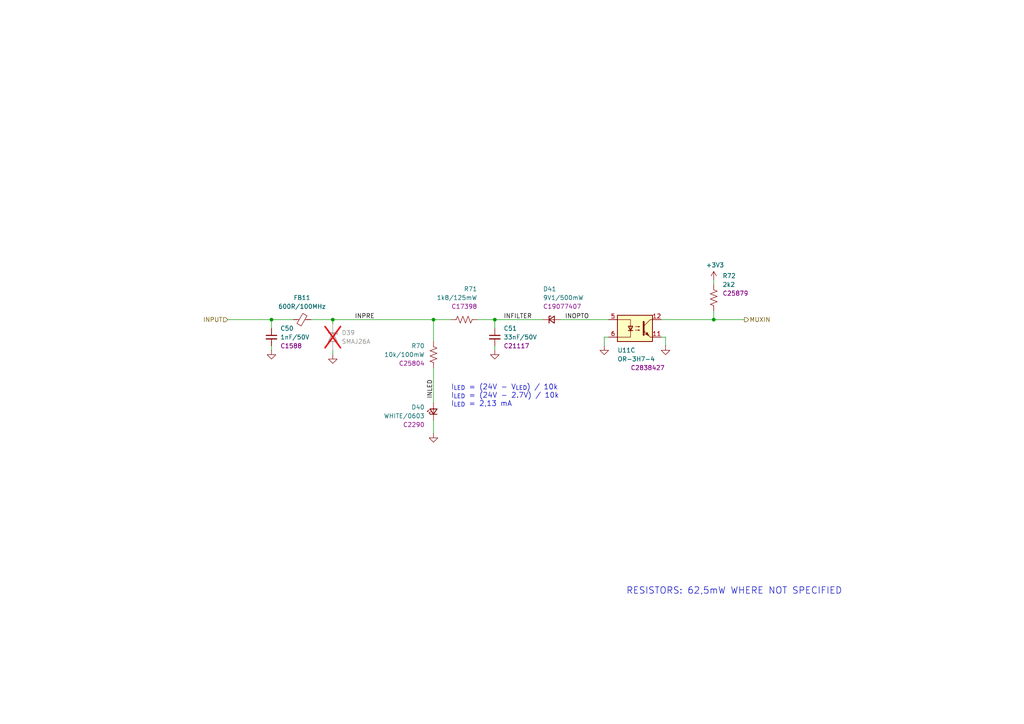
<source format=kicad_sch>
(kicad_sch (version 20250114) (generator "eeschema") (generator_version "9.0")
  (paper "A4")
  (title_block (title "ESP 24V 16xIn/16xOut/1-Wire Module") (date "2026-01-06") (rev "V5.1"))
  (lib_symbols
    (symbol "Device:C_Small" (pin_numbers (hide yes)) (pin_names (offset 0.254) (hide yes))
      (property "Reference" "C" (at 0.254 1.778 0))
      (property "Value" "C_Small" (at 0.254 -2.032 0))
      (symbol "C_Small_0_1"
        (polyline (pts (xy -1.524 0.508) (xy 1.524 0.508)) (stroke (width 0.3048)))
        (polyline (pts (xy -1.524 -0.508) (xy 1.524 -0.508)) (stroke (width 0.3302)))
      )
      (symbol "C_Small_1_1"
        (pin passive line (at 0 2.54 270) (length 2.032) (name "~") (number "1"))
        (pin passive line (at 0 -2.54 90) (length 2.032) (name "~") (number "2"))
      )
    )
    (symbol "Device:D_Zener_Small" (pin_numbers (hide yes)) (pin_names (offset 0.254) (hide yes))
      (property "Reference" "D" (at 0 2.286 0))
      (property "Value" "D_Zener_Small" (at 0 -2.286 0))
      (symbol "D_Zener_Small_0_1"
        (polyline (pts (xy -0.254 1.016) (xy -0.762 1.016) (xy -0.762 -1.016)) (stroke (width 0.254)))
        (polyline (pts (xy 0.762 1.016) (xy -0.762 0) (xy 0.762 -1.016) (xy 0.762 1.016)) (stroke (width 0.254)))
        (polyline (pts (xy 0.762 0) (xy -0.762 0)))
      )
      (symbol "D_Zener_Small_1_1"
        (pin passive line (at -2.54 0 0) (length 1.778) (name "K") (number "1"))
        (pin passive line (at 2.54 0 180) (length 1.778) (name "A") (number "2"))
      )
    )
    (symbol "Device:FerriteBead_Small" (pin_numbers (hide yes)) (pin_names (offset 0))
      (property "Reference" "FB" (at 1.905 1.27 0))
      (property "Value" "FerriteBead_Small" (at 1.905 -1.27 0))
      (symbol "FerriteBead_Small_0_1"
        (polyline (pts (xy -1.8288 0.2794) (xy -1.1176 1.4986) (xy 1.8288 -0.2032) (xy 1.1176 -1.4224) (xy -1.8288 0.2794)))
        (polyline (pts (xy 0 0.889) (xy 0 1.2954)))
        (polyline (pts (xy 0 -1.27) (xy 0 -0.7874)))
      )
      (symbol "FerriteBead_Small_1_1"
        (pin passive line (at 0 2.54 270) (length 1.27) (name "~") (number "1"))
        (pin passive line (at 0 -2.54 90) (length 1.27) (name "~") (number "2"))
      )
    )
    (symbol "Device:LED_Small" (pin_numbers (hide yes)) (pin_names (offset 0.254) (hide yes))
      (property "Reference" "D" (at -1.27 3.175 0))
      (property "Value" "LED_Small" (at -4.445 -2.54 0))
      (symbol "LED_Small_0_1"
        (polyline (pts (xy -0.762 -1.016) (xy -0.762 1.016)) (stroke (width 0.254)))
        (polyline (pts (xy 0 0.762) (xy -0.508 1.27) (xy -0.254 1.27) (xy -0.508 1.27) (xy -0.508 1.016)))
        (polyline (pts (xy 0.508 1.27) (xy 0 1.778) (xy 0.254 1.778) (xy 0 1.778) (xy 0 1.524)))
        (polyline (pts (xy 0.762 -1.016) (xy -0.762 0) (xy 0.762 1.016) (xy 0.762 -1.016)) (stroke (width 0.254)))
        (polyline (pts (xy 1.016 0) (xy -0.762 0)))
      )
      (symbol "LED_Small_1_1"
        (pin passive line (at -2.54 0 0) (length 1.778) (name "K") (number "1"))
        (pin passive line (at 2.54 0 180) (length 1.778) (name "A") (number "2"))
      )
    )
    (symbol "Device:R_US" (pin_numbers (hide yes)) (pin_names (offset 0))
      (property "Reference" "R" (at 2.54 0 90))
      (property "Value" "R_US" (at -2.54 0 90))
      (symbol "R_US_0_1"
        (polyline (pts (xy 0 2.286) (xy 0 2.54)))
        (polyline (pts (xy 0 2.286) (xy 1.016 1.905) (xy 0 1.524) (xy -1.016 1.143) (xy 0 0.762)))
        (polyline (pts (xy 0 0.762) (xy 1.016 0.381) (xy 0 0) (xy -1.016 -0.381) (xy 0 -0.762)))
        (polyline (pts (xy 0 -0.762) (xy 1.016 -1.143) (xy 0 -1.524) (xy -1.016 -1.905) (xy 0 -2.286)))
        (polyline (pts (xy 0 -2.286) (xy 0 -2.54)))
      )
      (symbol "R_US_1_1"
        (pin passive line (at 0 3.81 270) (length 1.27) (name "~") (number "1"))
        (pin passive line (at 0 -3.81 90) (length 1.27) (name "~") (number "2"))
      )
    )
    (symbol "Diode:SMAJ26A" (pin_numbers (hide yes)) (pin_names (offset 1.016) (hide yes))
      (property "Reference" "D" (at 0 2.54 0))
      (property "Value" "SMAJ26A" (at 0 -2.54 0))
      (symbol "SMAJ26A_0_1"
        (polyline (pts (xy -0.762 1.27) (xy -1.27 1.27) (xy -1.27 -1.27)) (stroke (width 0.254)))
        (polyline (pts (xy 1.27 1.27) (xy 1.27 -1.27) (xy -1.27 0) (xy 1.27 1.27)) (stroke (width 0.254)))
      )
      (symbol "SMAJ26A_1_1"
        (pin passive line (at -3.81 0 0) (length 2.54) (name "A1") (number "1"))
        (pin passive line (at 3.81 0 180) (length 2.54) (name "A2") (number "2"))
      )
    )
    (symbol "Tales:+3V3" (power) (pin_names (offset 0))
      (property "Value" "+3V3" (at 0 3.556 0))
      (symbol "+3V3_0_1"
        (polyline (pts (xy -0.762 1.27) (xy 0 2.54)))
        (polyline (pts (xy 0 2.54) (xy 0.762 1.27)))
        (polyline (pts (xy 0 0) (xy 0 2.54)))
      )
      (symbol "+3V3_1_1"
        (pin power_in line (at 0 0 90) (length 0) (hide yes) (name "+3.3V") (number "1"))
      )
    )
    (symbol "Tales:OR-3H7-4" (pin_names (offset 1.016))
      (property "Reference" "U" (at -5.08 5.08 0))
      (property "Value" "OR-3H7-4" (at 0 5.08 0))
      (symbol "OR-3H7-4_0_1"
        (rectangle (start -5.08 3.81) (end 5.08 -3.81) (stroke (width 0.254)) (fill (type background)))
        (polyline (pts (xy -5.08 2.54) (xy -1.27 2.54) (xy -1.27 -0.635)))
        (polyline (pts (xy -1.905 -0.635) (xy -0.635 -0.635)) (stroke (width 0.254)))
        (polyline (pts (xy -1.27 -0.635) (xy -1.27 -2.54) (xy -5.08 -2.54)))
        (polyline (pts (xy -1.27 -0.635) (xy -1.905 0.635) (xy -0.635 0.635) (xy -1.27 -0.635)) (stroke (width 0.254)))
        (polyline (pts (xy 0.127 0.508) (xy 1.397 0.508) (xy 1.016 0.381) (xy 1.016 0.635) (xy 1.397 0.508)))
        (polyline (pts (xy 0.127 -0.508) (xy 1.397 -0.508) (xy 1.016 -0.635) (xy 1.016 -0.381) (xy 1.397 -0.508)))
        (polyline (pts (xy 2.54 1.905) (xy 2.54 -1.905) (xy 2.54 -1.905)) (stroke (width 0.508)))
        (polyline (pts (xy 2.54 0.635) (xy 4.445 2.54)))
        (polyline (pts (xy 3.048 -1.651) (xy 3.556 -1.143) (xy 4.064 -2.159) (xy 3.048 -1.651) (xy 3.048 -1.651)) (fill (type outline)))
        (polyline (pts (xy 4.445 2.54) (xy 5.08 2.54)))
        (polyline (pts (xy 4.445 -2.54) (xy 2.54 -0.635)) (fill (type outline)))
        (polyline (pts (xy 4.445 -2.54) (xy 5.08 -2.54)))
      )
      (symbol "OR-3H7-4_1_1"
        (pin passive line (at -7.62 2.54 0) (length 2.54) (name "~") (number "1"))
        (pin passive line (at -7.62 -2.54 0) (length 2.54) (name "~") (number "2"))
        (pin passive line (at 7.62 2.54 180) (length 2.54) (name "~") (number "16"))
        (pin passive line (at 7.62 -2.54 180) (length 2.54) (name "~") (number "15"))
      )
      (symbol "OR-3H7-4_2_1"
        (pin passive line (at -7.62 2.54 0) (length 2.54) (name "~") (number "3"))
        (pin passive line (at -7.62 -2.54 0) (length 2.54) (name "~") (number "4"))
        (pin passive line (at 7.62 2.54 180) (length 2.54) (name "~") (number "14"))
        (pin passive line (at 7.62 -2.54 180) (length 2.54) (name "~") (number "13"))
      )
      (symbol "OR-3H7-4_3_1"
        (pin passive line (at -7.62 2.54 0) (length 2.54) (name "~") (number "5"))
        (pin passive line (at -7.62 -2.54 0) (length 2.54) (name "~") (number "6"))
        (pin passive line (at 7.62 2.54 180) (length 2.54) (name "~") (number "12"))
        (pin passive line (at 7.62 -2.54 180) (length 2.54) (name "~") (number "11"))
      )
      (symbol "OR-3H7-4_4_1"
        (pin passive line (at -7.62 2.54 0) (length 2.54) (name "~") (number "7"))
        (pin passive line (at -7.62 -2.54 0) (length 2.54) (name "~") (number "8"))
        (pin passive line (at 7.62 2.54 180) (length 2.54) (name "~") (number "10"))
        (pin passive line (at 7.62 -2.54 180) (length 2.54) (name "~") (number "9"))
      )
    )
    (symbol "power:GND" (power) (pin_numbers (hide yes)) (pin_names (offset 0) (hide yes))
      (property "Value" "GND" (at 0 -3.81 0))
      (symbol "GND_0_1"
        (polyline (pts (xy 0 0) (xy 0 -1.27) (xy 1.27 -1.27) (xy 0 -2.54) (xy -1.27 -1.27) (xy 0 -1.27)))
      )
      (symbol "GND_1_1"
        (pin power_in line (at 0 0 270) (length 0) (name "~") (number "1"))
      )
    )
  )
  (text "I_{LED} = (24V - V_{LED}) / 10k\nI_{LED} = (24V - 2.7V) / 10k\nI_{LED} = 2,13 mA" (at 130.81 118.11 0) (effects (font (size 1.5 1.5)) (justify left bottom)))
  (text "RESISTORS: 62,5mW WHERE NOT SPECIFIED" (at 181.61 171.45 0) (effects (font (size 1.905 1.905)) (justify left)))
  (junction (at 96.52 92.71))
  (junction (at 78.74 92.71))
  (junction (at 143.51 92.71))
  (junction (at 125.73 92.71))
  (junction (at 207.01 92.71))
  (wire (pts (xy 96.52 92.71) (xy 96.52 93.98)))
  (wire (pts (xy 193.04 97.79) (xy 193.04 100.33)))
  (wire (pts (xy 191.77 92.71) (xy 207.01 92.71)))
  (wire (pts (xy 138.43 92.71) (xy 143.51 92.71)))
  (wire (pts (xy 207.01 81.28) (xy 207.01 82.55)))
  (wire (pts (xy 207.01 92.71) (xy 215.9 92.71)))
  (wire (pts (xy 207.01 90.17) (xy 207.01 92.71)))
  (wire (pts (xy 162.56 92.71) (xy 176.53 92.71)))
  (wire (pts (xy 143.51 100.33) (xy 143.51 101.6)))
  (wire (pts (xy 125.73 121.92) (xy 125.73 125.73)))
  (wire (pts (xy 96.52 101.6) (xy 96.52 102.87)))
  (wire (pts (xy 143.51 95.25) (xy 143.51 92.71)))
  (wire (pts (xy 143.51 92.71) (xy 157.48 92.71)))
  (wire (pts (xy 66.04 92.71) (xy 78.74 92.71)))
  (wire (pts (xy 125.73 92.71) (xy 125.73 99.06)))
  (wire (pts (xy 125.73 106.68) (xy 125.73 116.84)))
  (wire (pts (xy 96.52 92.71) (xy 125.73 92.71)))
  (wire (pts (xy 191.77 97.79) (xy 193.04 97.79)))
  (wire (pts (xy 175.26 97.79) (xy 175.26 100.33)))
  (wire (pts (xy 78.74 92.71) (xy 85.09 92.71)))
  (wire (pts (xy 78.74 92.71) (xy 78.74 95.25)))
  (wire (pts (xy 176.53 97.79) (xy 175.26 97.79)))
  (wire (pts (xy 125.73 92.71) (xy 130.81 92.71)))
  (wire (pts (xy 90.17 92.71) (xy 96.52 92.71)))
  (wire (pts (xy 78.74 100.33) (xy 78.74 101.6)))
  (label "INOPTO" (at 163.83 92.71 0))
  (label "INLED" (at 125.73 115.57 90))
  (label "INFILTER" (at 146.05 92.71 0))
  (label "INPRE" (at 102.87 92.71 0))
  (hierarchical_label "INPUT" (shape input) (at 66.04 92.71 180))
  (hierarchical_label "MUXIN" (shape output) (at 215.9 92.71 0))
  (symbol (lib_id "Device:R_US") (at 134.62 92.71 270) (unit 1)
    (property "Reference" "R65" (at 138.43 83.82 90) (effects (justify right)))
    (property "Value" "1k8/125mW" (at 138.43 86.36 90) (effects (justify right)))
    (property "Footprint" "Tales:R_0805_2012Metric" (effects (hide yes)))
    (property "Description" "Resistor, US symbol" (effects (hide yes)))
    (property "Case" "0805/2012" (effects (hide yes)))
    (property "Mfr" "Uniroyal" (effects (hide yes)))
    (property "Vendor" "JLCPCB" (effects (hide yes)))
    (property "Mfr PN" "0805W8F1801T5E" (effects (hide yes)))
    (property "Technology" "1%" (effects (hide yes)))
    (property "Vendor PN" "C17398" (effects (hide yes)))
    (property "LCSC Part #" "C17398" (at 138.43 88.9 90) (effects (justify right)))
    (property "JLCPCB BOM" "1" (effects (hide yes)))
    (instances (project "esp-24v-16ch-v5" (path "" (reference "R71") (unit 1)) (path "" (reference "R65") (unit 1)) (path "" (reference "R68") (unit 1)) (path "" (reference "R77") (unit 1)) (path "" (reference "R80") (unit 1)) (path "" (reference "R86") (unit 1)) (path "" (reference "R74") (unit 1)) (path "" (reference "R83") (unit 1))))
  )
  (symbol (lib_id "power:GND") (at 125.73 125.73 0) (unit 1)
    (property "Reference" "#PWR059" (effects (hide yes)))
    (property "Value" "GND" (effects (hide yes)))
    (property "Description" "Power symbol creates a global label with name \"GND\" , ground" (effects (hide yes)))
    (instances (project "esp-24v-16ch-v5" (path "" (reference "#PWR073") (unit 1)) (path "" (reference "#PWR059") (unit 1)) (path "" (reference "#PWR066") (unit 1)) (path "" (reference "#PWR087") (unit 1)) (path "" (reference "#PWR094") (unit 1)) (path "" (reference "#PWR0108") (unit 1)) (path "" (reference "#PWR080") (unit 1)) (path "" (reference "#PWR0101") (unit 1))))
  )
  (symbol (lib_id "power:GND") (at 78.74 101.6 0) (unit 1)
    (property "Reference" "#PWR057" (effects (hide yes)))
    (property "Value" "GND" (effects (hide yes)))
    (property "Description" "Power symbol creates a global label with name \"GND\" , ground" (effects (hide yes)))
    (instances (project "esp-24v-16ch-v5" (path "" (reference "#PWR071") (unit 1)) (path "" (reference "#PWR057") (unit 1)) (path "" (reference "#PWR064") (unit 1)) (path "" (reference "#PWR085") (unit 1)) (path "" (reference "#PWR092") (unit 1)) (path "" (reference "#PWR0106") (unit 1)) (path "" (reference "#PWR078") (unit 1)) (path "" (reference "#PWR099") (unit 1))))
  )
  (symbol (lib_id "Device:FerriteBead_Small") (at 87.63 92.71 90) (unit 1)
    (property "Reference" "FB9" (at 87.5919 86.36 90))
    (property "Value" "600R/100MHz" (at 87.5919 88.9 90))
    (property "Footprint" "Tales:R_0603_1608Metric" (effects (hide yes)))
    (property "Description" "Ferrite bead, small symbol" (effects (hide yes)))
    (property "Case" "0603/1608" (effects (hide yes)))
    (property "JLCPCB BOM" "1" (effects (hide yes)))
    (property "LCSC Part #" "C85833" (effects (hide yes)))
    (property "Mfr" "Murata Electronics" (effects (hide yes)))
    (property "Mfr PN" "BLM18KG601SN1D" (effects (hide yes)))
    (property "Technology" "Ferrite Bead" (effects (hide yes)))
    (property "Vendor" "JLCPCB" (effects (hide yes)))
    (property "Vendor PN" "C85833" (effects (hide yes)))
    (instances (project "esp-24v-16ch-v5" (path "" (reference "FB11") (unit 1)) (path "" (reference "FB9") (unit 1)) (path "" (reference "FB10") (unit 1)) (path "" (reference "FB13") (unit 1)) (path "" (reference "FB14") (unit 1)) (path "" (reference "FB16") (unit 1)) (path "" (reference "FB12") (unit 1)) (path "" (reference "FB15") (unit 1))))
  )
  (symbol (lib_id "Diode:SMAJ26A") (at 96.52 97.79 270) (unit 1) (in_bom no) (on_board no) (dnp yes)
    (property "Reference" "D33" (at 99.06 96.5199 90) (effects (justify left)))
    (property "Value" "SMAJ26A" (at 99.06 99.0599 90) (effects (justify left)))
    (property "Footprint" "Diode_SMD:D_SMA" (effects (hide yes)))
    (property "Datasheet" "https://www.littelfuse.com/media?resourcetype=datasheets&itemid=75e32973-b177-4ee3-a0ff-cedaf1abdb93&filename=smaj-datasheet" (effects (hide yes)))
    (property "Description" "400W unidirectional Transient Voltage Suppressor, 26.0Vr, SMA(DO-214AC)" (effects (hide yes)))
    (property "Case" "SMA" (effects (hide yes)))
    (property "JLCPCB BOM" "1" (effects (hide yes)))
    (property "LCSC Part #" "C19077543" (effects (hide yes)))
    (property "Mfr" "hongjiacheng" (effects (hide yes)))
    (property "Mfr PN" "SMAJ26A" (effects (hide yes)))
    (property "Technology" "TVS" (effects (hide yes)))
    (property "Vendor" "JLCPCB" (effects (hide yes)))
    (property "Vendor PN" "C19077543" (effects (hide yes)))
    (instances (project "esp-24v-16ch-v5" (path "" (reference "D39") (unit 1)) (path "" (reference "D33") (unit 1)) (path "" (reference "D36") (unit 1)) (path "" (reference "D45") (unit 1)) (path "" (reference "D48") (unit 1)) (path "" (reference "D54") (unit 1)) (path "" (reference "D42") (unit 1)) (path "" (reference "D51") (unit 1))))
  )
  (symbol (lib_id "Device:C_Small") (at 143.51 97.79 0) (unit 1)
    (property "Reference" "C47" (at 146.05 95.2562 0) (effects (justify left)))
    (property "Value" "33nF/50V" (at 146.05 97.7962 0) (effects (justify left)))
    (property "Footprint" "Tales:C_0603_1608Metric" (effects (hide yes)))
    (property "Description" "Unpolarized capacitor, small symbol" (effects (hide yes)))
    (property "Technology" "Ceramic X7R" (effects (hide yes)))
    (property "Case" "0603/1608" (effects (hide yes)))
    (property "Mfr" "Samsung" (effects (hide yes)))
    (property "Mfr PN" "CL10B333KB8NNNC" (effects (hide yes)))
    (property "Vendor" "JLCPCB" (effects (hide yes)))
    (property "Vendor PN" "C21117" (effects (hide yes)))
    (property "LCSC Part #" "C21117" (at 146.05 100.3362 0) (effects (justify left)))
    (property "JLCPCB BOM" "1" (effects (hide yes)))
    (instances (project "esp-24v-16ch-v5" (path "" (reference "C51") (unit 1)) (path "" (reference "C47") (unit 1)) (path "" (reference "C49") (unit 1)) (path "" (reference "C55") (unit 1)) (path "" (reference "C57") (unit 1)) (path "" (reference "C61") (unit 1)) (path "" (reference "C53") (unit 1)) (path "" (reference "C59") (unit 1))))
  )
  (symbol (lib_id "power:GND") (at 175.26 100.33 0) (unit 1)
    (property "Reference" "#PWR061" (effects (hide yes)))
    (property "Value" "GND" (effects (hide yes)))
    (property "Description" "Power symbol creates a global label with name \"GND\" , ground" (effects (hide yes)))
    (instances (project "esp-24v-16ch-v5" (path "" (reference "#PWR075") (unit 1)) (path "" (reference "#PWR061") (unit 1)) (path "" (reference "#PWR068") (unit 1)) (path "" (reference "#PWR089") (unit 1)) (path "" (reference "#PWR096") (unit 1)) (path "" (reference "#PWR0110") (unit 1)) (path "" (reference "#PWR082") (unit 1)) (path "" (reference "#PWR0103") (unit 1))))
  )
  (symbol (lib_id "Device:LED_Small") (at 125.73 119.38 90) (unit 1)
    (property "Reference" "D34" (at 123.19 118.11 90) (effects (justify left)))
    (property "Value" "WHITE/0603" (at 123.19 120.65 90) (effects (justify left)))
    (property "Footprint" "Tales:LED_0603_1608Metric" (effects (hide yes)))
    (property "Description" "Light emitting diode, small symbol" (effects (hide yes)))
    (property "Case" "0603/1608" (effects (hide yes)))
    (property "Mfr" "Hubei KENTO Elec" (effects (hide yes)))
    (property "Mfr PN" "KT-0603W" (effects (hide yes)))
    (property "Vendor" "JLCPCB" (effects (hide yes)))
    (property "Vendor PN" "C2290" (effects (hide yes)))
    (property "LCSC Part #" "C2290" (at 123.19 123.19 90) (effects (justify left)))
    (property "JLCPCB BOM" "1" (effects (hide yes)))
    (property "Sim.Pin" "1=K 2=A" (effects (hide yes)))
    (instances (project "esp-24v-16ch-v5" (path "" (reference "D40") (unit 1)) (path "" (reference "D34") (unit 1)) (path "" (reference "D37") (unit 1)) (path "" (reference "D46") (unit 1)) (path "" (reference "D49") (unit 1)) (path "" (reference "D55") (unit 1)) (path "" (reference "D43") (unit 1)) (path "" (reference "D52") (unit 1))))
  )
  (symbol (lib_id "Device:D_Zener_Small") (at 160.02 92.71 0) (unit 1)
    (property "Reference" "D35" (at 157.48 83.82 0) (effects (justify left)))
    (property "Value" "9V1/500mW" (at 157.48 86.36 0) (effects (justify left)))
    (property "Footprint" "Tales:D_SOD-123" (effects (hide yes)))
    (property "Description" "Zener diode, small symbol" (effects (hide yes)))
    (property "Case" "SOD-123" (effects (hide yes)))
    (property "Mfr" "hongjiacheng" (effects (hide yes)))
    (property "Mfr PN" "BZT52C9V1" (effects (hide yes)))
    (property "Technology" "Zener" (effects (hide yes)))
    (property "Vendor" "JLCPCB" (effects (hide yes)))
    (property "Vendor PN" "C19077407" (effects (hide yes)))
    (property "JLCPCB BOM" "1" (effects (hide yes)))
    (property "LCSC Part #" "C19077407" (at 157.48 88.9 0) (effects (justify left)))
    (instances (project "esp-24v-16ch-v5" (path "" (reference "D41") (unit 1)) (path "" (reference "D35") (unit 1)) (path "" (reference "D38") (unit 1)) (path "" (reference "D47") (unit 1)) (path "" (reference "D50") (unit 1)) (path "" (reference "D56") (unit 1)) (path "" (reference "D44") (unit 1)) (path "" (reference "D53") (unit 1))))
  )
  (symbol (lib_id "Tales:+3V3") (at 207.01 81.28 0) (unit 1)
    (property "Reference" "#PWR063" (effects (hide yes)))
    (property "Value" "+3V3" (at 207.391 76.8858 0))
    (property "Description" "Power symbol creates a global label with name \"+3V3\"" (effects (hide yes)))
    (instances (project "esp-24v-16ch-v5" (path "" (reference "#PWR077") (unit 1)) (path "" (reference "#PWR063") (unit 1)) (path "" (reference "#PWR070") (unit 1)) (path "" (reference "#PWR091") (unit 1)) (path "" (reference "#PWR098") (unit 1)) (path "" (reference "#PWR0112") (unit 1)) (path "" (reference "#PWR084") (unit 1)) (path "" (reference "#PWR0105") (unit 1))))
  )
  (symbol (lib_id "Device:R_US") (at 207.01 86.36 0) (unit 1)
    (property "Reference" "R66" (at 209.55 80.01 0) (effects (justify left)))
    (property "Value" "2k2" (at 209.55 82.55 0) (effects (justify left)))
    (property "Footprint" "Tales:R_0402_1005Metric" (effects (hide yes)))
    (property "Description" "Resistor, US symbol" (effects (hide yes)))
    (property "Case" "0402/1005" (effects (hide yes)))
    (property "Mfr" "Uniroyal" (effects (hide yes)))
    (property "Vendor" "JLCPCB" (effects (hide yes)))
    (property "Mfr PN" "0402WGF2201TCE" (effects (hide yes)))
    (property "Technology" "1%" (effects (hide yes)))
    (property "Vendor PN" "C25879" (effects (hide yes)))
    (property "LCSC Part #" "C25879" (at 209.55 85.09 0) (effects (justify left)))
    (property "JLCPCB BOM" "1" (effects (hide yes)))
    (instances (project "esp-24v-16ch-v5" (path "" (reference "R72") (unit 1)) (path "" (reference "R66") (unit 1)) (path "" (reference "R69") (unit 1)) (path "" (reference "R78") (unit 1)) (path "" (reference "R81") (unit 1)) (path "" (reference "R87") (unit 1)) (path "" (reference "R75") (unit 1)) (path "" (reference "R84") (unit 1))))
  )
  (symbol (lib_id "power:GND") (at 143.51 101.6 0) (unit 1)
    (property "Reference" "#PWR060" (effects (hide yes)))
    (property "Value" "GND" (effects (hide yes)))
    (property "Description" "Power symbol creates a global label with name \"GND\" , ground" (effects (hide yes)))
    (instances (project "esp-24v-16ch-v5" (path "" (reference "#PWR074") (unit 1)) (path "" (reference "#PWR060") (unit 1)) (path "" (reference "#PWR067") (unit 1)) (path "" (reference "#PWR088") (unit 1)) (path "" (reference "#PWR095") (unit 1)) (path "" (reference "#PWR0109") (unit 1)) (path "" (reference "#PWR081") (unit 1)) (path "" (reference "#PWR0102") (unit 1))))
  )
  (symbol (lib_id "Device:C_Small") (at 78.74 97.79 0) (unit 1)
    (property "Reference" "C46" (at 81.28 95.2562 0) (effects (justify left)))
    (property "Value" "1nF/50V" (at 81.28 97.7962 0) (effects (justify left)))
    (property "Footprint" "Tales:C_0603_1608Metric" (effects (hide yes)))
    (property "Description" "Unpolarized capacitor, small symbol" (effects (hide yes)))
    (property "Technology" "Ceramic X7R" (effects (hide yes)))
    (property "Case" "0603/1608" (effects (hide yes)))
    (property "Mfr" "Samsung" (effects (hide yes)))
    (property "Mfr PN" "CL10B102KB8NNNC" (effects (hide yes)))
    (property "Vendor" "JLCPCB" (effects (hide yes)))
    (property "Vendor PN" "C1588" (effects (hide yes)))
    (property "LCSC Part #" "C1588" (at 81.28 100.3362 0) (effects (justify left)))
    (property "JLCPCB BOM" "1" (effects (hide yes)))
    (instances (project "esp-24v-16ch-v5" (path "" (reference "C50") (unit 1)) (path "" (reference "C46") (unit 1)) (path "" (reference "C48") (unit 1)) (path "" (reference "C54") (unit 1)) (path "" (reference "C56") (unit 1)) (path "" (reference "C60") (unit 1)) (path "" (reference "C52") (unit 1)) (path "" (reference "C58") (unit 1))))
  )
  (symbol (lib_id "power:GND") (at 193.04 100.33 0) (unit 1)
    (property "Reference" "#PWR062" (effects (hide yes)))
    (property "Value" "GND" (effects (hide yes)))
    (property "Description" "Power symbol creates a global label with name \"GND\" , ground" (effects (hide yes)))
    (instances (project "esp-24v-16ch-v5" (path "" (reference "#PWR076") (unit 1)) (path "" (reference "#PWR062") (unit 1)) (path "" (reference "#PWR069") (unit 1)) (path "" (reference "#PWR090") (unit 1)) (path "" (reference "#PWR097") (unit 1)) (path "" (reference "#PWR0111") (unit 1)) (path "" (reference "#PWR083") (unit 1)) (path "" (reference "#PWR0104") (unit 1))))
  )
  (symbol (lib_id "power:GND") (at 96.52 102.87 0) (unit 1)
    (property "Reference" "#PWR058" (effects (hide yes)))
    (property "Value" "GND" (effects (hide yes)))
    (property "Description" "Power symbol creates a global label with name \"GND\" , ground" (effects (hide yes)))
    (instances (project "esp-24v-16ch-v5" (path "" (reference "#PWR072") (unit 1)) (path "" (reference "#PWR058") (unit 1)) (path "" (reference "#PWR065") (unit 1)) (path "" (reference "#PWR086") (unit 1)) (path "" (reference "#PWR093") (unit 1)) (path "" (reference "#PWR0107") (unit 1)) (path "" (reference "#PWR079") (unit 1)) (path "" (reference "#PWR0100") (unit 1))))
  )
  (symbol (lib_id "Tales:OR-3H7-4") (at 184.15 95.25 0) (unit 1)
    (property "Reference" "U11" (at 179.07 101.6 0) (effects (justify left)))
    (property "Value" "OR-3H7-4" (at 179.07 104.14 0) (effects (justify left)))
    (property "Footprint" "Tales:SOP-16_4.4x10.4mm_P1.27mm" (effects (hide yes)))
    (property "Description" "Quad DC Optocoupler, Vce 80V, CTR 100%, SOP16" (effects (hide yes)))
    (property "JLCPCB BOM" "1" (effects (hide yes)))
    (property "LCSC Part #" "C2838427" (at 182.88 106.68 0) (effects (justify left)))
    (property "Mfr PN" "OR-3H7-4GB-TA1-G" (effects (hide yes)))
    (property "Vendor PN" "C2838427" (effects (hide yes)))
    (property "Case" "SOP-16-4.4" (effects (hide yes)))
    (property "Mfr" "Orient" (effects (hide yes)))
    (property "Vendor" "JLCPCB" (effects (hide yes)))
    (instances (project "esp-24v-16ch-v5" (path "" (reference "U11") (unit 3)) (path "" (reference "U11") (unit 1)) (path "" (reference "U11") (unit 2)) (path "" (reference "U12") (unit 1)) (path "" (reference "U12") (unit 2)) (path "" (reference "U12") (unit 4)) (path "" (reference "U11") (unit 4)) (path "" (reference "U12") (unit 3))))
  )
  (symbol (lib_id "Device:R_US") (at 125.73 102.87 0) (unit 1)
    (property "Reference" "R64" (at 123.19 100.33 0) (effects (justify right)))
    (property "Value" "10k/100mW" (at 123.19 102.87 0) (effects (justify right)))
    (property "Footprint" "Tales:R_0603_1608Metric" (effects (hide yes)))
    (property "Description" "Resistor, US symbol" (effects (hide yes)))
    (property "Case" "0603/1608" (effects (hide yes)))
    (property "Mfr" "Uniroyal" (effects (hide yes)))
    (property "Mfr PN" "0603WAF1002T5E" (effects (hide yes)))
    (property "Vendor" "JLCPCB" (effects (hide yes)))
    (property "Vendor PN" "C25804" (effects (hide yes)))
    (property "Technology" "1%" (effects (hide yes)))
    (property "LCSC Part #" "C25804" (at 123.19 105.41 0) (effects (justify right)))
    (property "JLCPCB BOM" "1" (effects (hide yes)))
    (instances (project "esp-24v-16ch-v5" (path "" (reference "R70") (unit 1)) (path "" (reference "R64") (unit 1)) (path "" (reference "R67") (unit 1)) (path "" (reference "R76") (unit 1)) (path "" (reference "R79") (unit 1)) (path "" (reference "R85") (unit 1)) (path "" (reference "R73") (unit 1)) (path "" (reference "R82") (unit 1))))
  )
)
</source>
